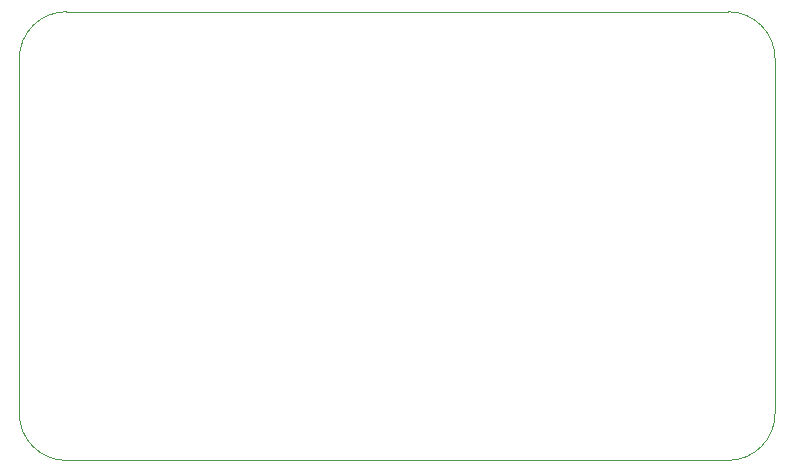
<source format=gbr>
%TF.GenerationSoftware,KiCad,Pcbnew,9.0.0*%
%TF.CreationDate,2025-03-13T14:20:48+03:00*%
%TF.ProjectId,EspDeniyorum,45737044-656e-4697-996f-72756d2e6b69,rev?*%
%TF.SameCoordinates,Original*%
%TF.FileFunction,Profile,NP*%
%FSLAX46Y46*%
G04 Gerber Fmt 4.6, Leading zero omitted, Abs format (unit mm)*
G04 Created by KiCad (PCBNEW 9.0.0) date 2025-03-13 14:20:48*
%MOMM*%
%LPD*%
G01*
G04 APERTURE LIST*
%TA.AperFunction,Profile*%
%ADD10C,0.050000*%
%TD*%
G04 APERTURE END LIST*
D10*
X34000000Y-80500000D02*
G75*
G02*
X30000000Y-76500000I0J4000000D01*
G01*
X94000000Y-76500000D02*
G75*
G02*
X90000000Y-80500000I-4000000J0D01*
G01*
X30000000Y-46500000D02*
G75*
G02*
X34000000Y-42500000I4000000J0D01*
G01*
X90000000Y-42500000D02*
G75*
G02*
X94000000Y-46500000I0J-4000000D01*
G01*
X90000000Y-80500000D02*
X34000000Y-80500000D01*
X30000000Y-76500000D02*
X30000000Y-46500000D01*
X94000000Y-46500000D02*
X94000000Y-76500000D01*
X34000000Y-42500000D02*
X90000000Y-42500000D01*
M02*

</source>
